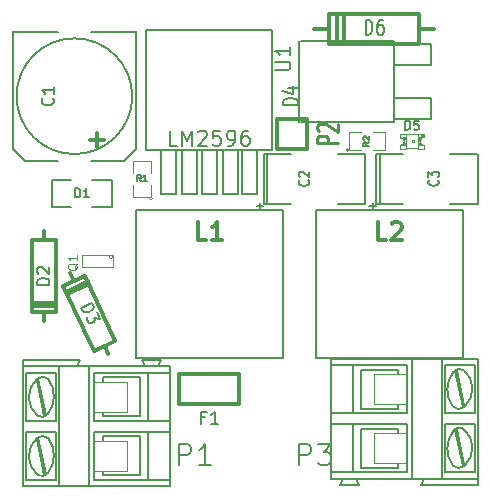
<source format=gto>
G04 (created by PCBNEW (2013-07-07 BZR 4022)-stable) date 02/05/2014 07:12:38*
%MOIN*%
G04 Gerber Fmt 3.4, Leading zero omitted, Abs format*
%FSLAX34Y34*%
G01*
G70*
G90*
G04 APERTURE LIST*
%ADD10C,0.00590551*%
%ADD11C,0.0059*%
%ADD12C,0.005*%
%ADD13C,0.0039*%
%ADD14C,0.0026*%
%ADD15C,0.004*%
%ADD16C,0.002*%
%ADD17C,0.008*%
%ADD18C,0.0125*%
%ADD19C,0.012*%
%ADD20C,0.0031*%
%ADD21C,0.006*%
%ADD22C,0.0062*%
%ADD23C,0.0107*%
%ADD24C,0.0047*%
G04 APERTURE END LIST*
G54D10*
G54D11*
X71925Y-42173D02*
X71925Y-43827D01*
X71807Y-42173D02*
X71807Y-43827D01*
X75193Y-42173D02*
X75193Y-43827D01*
X74286Y-43829D02*
X75186Y-43829D01*
X75186Y-42171D02*
X74286Y-42171D01*
X72713Y-42171D02*
X71813Y-42171D01*
X71814Y-43829D02*
X72714Y-43829D01*
X75675Y-42173D02*
X75675Y-43827D01*
X75557Y-42173D02*
X75557Y-43827D01*
X78943Y-42173D02*
X78943Y-43827D01*
X78036Y-43829D02*
X78936Y-43829D01*
X78936Y-42171D02*
X78036Y-42171D01*
X76463Y-42171D02*
X75563Y-42171D01*
X75564Y-43829D02*
X76464Y-43829D01*
G54D12*
X72460Y-48960D02*
X67540Y-48960D01*
X67540Y-48960D02*
X67540Y-44040D01*
X67540Y-44040D02*
X72460Y-44040D01*
X72460Y-44040D02*
X72460Y-48960D01*
X78460Y-48960D02*
X73540Y-48960D01*
X73540Y-48960D02*
X73540Y-44040D01*
X73540Y-44040D02*
X78460Y-44040D01*
X78460Y-44040D02*
X78460Y-48960D01*
G54D13*
X74650Y-42050D02*
G75*
G03X74650Y-42050I-50J0D01*
G74*
G01*
X75050Y-42050D02*
X74650Y-42050D01*
X74650Y-42050D02*
X74650Y-41450D01*
X74650Y-41450D02*
X75050Y-41450D01*
X75450Y-41450D02*
X75850Y-41450D01*
X75850Y-41450D02*
X75850Y-42050D01*
X75850Y-42050D02*
X75450Y-42050D01*
G54D14*
X76946Y-41868D02*
X76946Y-41996D01*
X76946Y-41996D02*
X77143Y-41996D01*
X77143Y-41868D02*
X77143Y-41996D01*
X76946Y-41868D02*
X77143Y-41868D01*
X76946Y-41623D02*
X76946Y-41682D01*
X76946Y-41682D02*
X77045Y-41682D01*
X77045Y-41623D02*
X77045Y-41682D01*
X76946Y-41623D02*
X77045Y-41623D01*
X76946Y-41818D02*
X76946Y-41877D01*
X76946Y-41877D02*
X77045Y-41877D01*
X77045Y-41818D02*
X77045Y-41877D01*
X76946Y-41818D02*
X77045Y-41818D01*
X76946Y-41672D02*
X76946Y-41828D01*
X76946Y-41828D02*
X77015Y-41828D01*
X77015Y-41672D02*
X77015Y-41828D01*
X76946Y-41672D02*
X77015Y-41672D01*
X76357Y-41868D02*
X76357Y-41996D01*
X76357Y-41996D02*
X76554Y-41996D01*
X76554Y-41868D02*
X76554Y-41996D01*
X76357Y-41868D02*
X76554Y-41868D01*
X76357Y-41504D02*
X76357Y-41632D01*
X76357Y-41632D02*
X76554Y-41632D01*
X76554Y-41504D02*
X76554Y-41632D01*
X76357Y-41504D02*
X76554Y-41504D01*
X76455Y-41818D02*
X76455Y-41877D01*
X76455Y-41877D02*
X76554Y-41877D01*
X76554Y-41818D02*
X76554Y-41877D01*
X76455Y-41818D02*
X76554Y-41818D01*
X76455Y-41623D02*
X76455Y-41682D01*
X76455Y-41682D02*
X76554Y-41682D01*
X76554Y-41623D02*
X76554Y-41682D01*
X76455Y-41623D02*
X76554Y-41623D01*
X76485Y-41672D02*
X76485Y-41828D01*
X76485Y-41828D02*
X76554Y-41828D01*
X76554Y-41672D02*
X76554Y-41828D01*
X76485Y-41672D02*
X76554Y-41672D01*
X76750Y-41711D02*
X76750Y-41789D01*
X76750Y-41789D02*
X76828Y-41789D01*
X76828Y-41711D02*
X76828Y-41789D01*
X76750Y-41711D02*
X76828Y-41711D01*
X76946Y-41514D02*
X76946Y-41632D01*
X76946Y-41632D02*
X77064Y-41632D01*
X77064Y-41514D02*
X77064Y-41632D01*
X76946Y-41514D02*
X77064Y-41514D01*
X77114Y-41504D02*
X77114Y-41593D01*
X77114Y-41593D02*
X77143Y-41593D01*
X77143Y-41504D02*
X77143Y-41593D01*
X77114Y-41504D02*
X77143Y-41504D01*
G54D15*
X76956Y-41976D02*
X76544Y-41976D01*
X76554Y-41524D02*
X77114Y-41524D01*
G54D16*
X77112Y-41573D02*
G75*
G03X77112Y-41573I-28J0D01*
G74*
G01*
G54D15*
X77143Y-41613D02*
G75*
G03X77143Y-41887I0J-137D01*
G74*
G01*
X76357Y-41887D02*
G75*
G03X76357Y-41613I0J137D01*
G74*
G01*
G54D12*
X71100Y-42050D02*
X71100Y-43500D01*
X71100Y-43500D02*
X71600Y-43500D01*
X71600Y-43500D02*
X71600Y-42050D01*
X70450Y-42050D02*
X70450Y-43500D01*
X70450Y-43500D02*
X70950Y-43500D01*
X70950Y-43500D02*
X70950Y-42050D01*
X69750Y-42050D02*
X69750Y-43500D01*
X69750Y-43500D02*
X70250Y-43500D01*
X70250Y-43500D02*
X70250Y-42050D01*
X69100Y-42050D02*
X69100Y-43500D01*
X69100Y-43500D02*
X69550Y-43500D01*
X69550Y-43500D02*
X69600Y-43500D01*
X69600Y-43500D02*
X69600Y-42050D01*
X68400Y-42050D02*
X68400Y-43500D01*
X68400Y-43500D02*
X68900Y-43500D01*
X68900Y-43500D02*
X68900Y-42050D01*
X67900Y-42050D02*
X72100Y-42050D01*
X72100Y-42050D02*
X72100Y-38050D01*
X72100Y-38050D02*
X67900Y-38050D01*
X67900Y-38050D02*
X67900Y-42050D01*
X76150Y-39200D02*
X77400Y-39200D01*
X77400Y-39200D02*
X77400Y-38500D01*
X77400Y-38500D02*
X76150Y-38500D01*
X76150Y-41000D02*
X77400Y-41000D01*
X77400Y-41000D02*
X77400Y-40300D01*
X77400Y-40300D02*
X76150Y-40300D01*
X73750Y-38400D02*
X76150Y-38400D01*
X76150Y-38400D02*
X76150Y-41100D01*
X76150Y-41100D02*
X73050Y-41100D01*
X73000Y-41100D02*
X73000Y-38400D01*
X73050Y-38400D02*
X73750Y-38400D01*
G54D17*
X67150Y-42400D02*
X66050Y-42400D01*
X63850Y-42400D02*
X64950Y-42400D01*
X67550Y-38100D02*
X66050Y-38100D01*
X63450Y-38100D02*
X64950Y-38100D01*
X67429Y-40250D02*
G75*
G03X67429Y-40250I-1929J0D01*
G74*
G01*
X63453Y-38085D02*
X63453Y-42022D01*
X63453Y-42022D02*
X63846Y-42415D01*
X67154Y-42415D02*
X67547Y-42022D01*
X67547Y-42022D02*
X67547Y-38085D01*
G54D13*
X68100Y-43650D02*
G75*
G03X68100Y-43650I-50J0D01*
G74*
G01*
X68050Y-43200D02*
X68050Y-43600D01*
X68050Y-43600D02*
X67450Y-43600D01*
X67450Y-43600D02*
X67450Y-43200D01*
X67450Y-42800D02*
X67450Y-42400D01*
X67450Y-42400D02*
X68050Y-42400D01*
X68050Y-42400D02*
X68050Y-42800D01*
G54D18*
X73250Y-42000D02*
X73250Y-41000D01*
X72250Y-42000D02*
X72250Y-41000D01*
G54D19*
X73250Y-42000D02*
X72250Y-42000D01*
X72250Y-41000D02*
X73250Y-41000D01*
G54D12*
X66750Y-43950D02*
X66750Y-43050D01*
X66750Y-43050D02*
X66100Y-43050D01*
X65400Y-43950D02*
X64750Y-43950D01*
X64750Y-43950D02*
X64750Y-43050D01*
X64750Y-43050D02*
X65400Y-43050D01*
X66100Y-43950D02*
X66750Y-43950D01*
G54D20*
X66775Y-45612D02*
G75*
G03X66775Y-45612I-62J0D01*
G74*
G01*
X65750Y-45950D02*
X65750Y-45550D01*
X66775Y-45950D02*
X66775Y-45550D01*
X65750Y-45550D02*
X66775Y-45550D01*
X66775Y-45950D02*
X65750Y-45950D01*
G54D19*
X77000Y-38500D02*
X74000Y-38500D01*
X74000Y-38500D02*
X74000Y-37500D01*
X74000Y-37500D02*
X77000Y-37500D01*
X77000Y-37500D02*
X77000Y-38500D01*
X74250Y-38500D02*
X74250Y-37500D01*
X74500Y-37500D02*
X74500Y-38500D01*
X77000Y-38000D02*
X77500Y-38000D01*
X74000Y-38000D02*
X73500Y-38000D01*
G54D14*
X67250Y-52740D02*
X67250Y-51740D01*
X67250Y-51740D02*
X66150Y-51740D01*
X66150Y-52740D02*
X66150Y-51740D01*
X67250Y-52740D02*
X66150Y-52740D01*
X67250Y-50770D02*
X67250Y-49770D01*
X67250Y-49770D02*
X66150Y-49770D01*
X66150Y-50770D02*
X66150Y-49770D01*
X67250Y-50770D02*
X66150Y-50770D01*
G54D21*
X63800Y-49250D02*
X65000Y-49250D01*
X63800Y-49250D02*
X63800Y-53250D01*
X63800Y-49250D02*
X63800Y-49050D01*
X63800Y-49050D02*
X65700Y-49050D01*
X65700Y-49050D02*
X65600Y-49250D01*
X68400Y-49050D02*
X68300Y-49250D01*
X68300Y-49250D02*
X68700Y-49250D01*
X67750Y-49050D02*
X67850Y-49250D01*
X67850Y-49250D02*
X68300Y-49250D01*
X67750Y-49050D02*
X68400Y-49050D01*
X68700Y-51070D02*
X67950Y-51070D01*
X66150Y-49470D02*
X67950Y-49470D01*
X68700Y-51070D02*
X68700Y-49470D01*
X68700Y-49470D02*
X68700Y-49250D01*
X68700Y-51440D02*
X67950Y-51440D01*
X68700Y-51440D02*
X68700Y-51070D01*
X66150Y-53040D02*
X67950Y-53040D01*
X68700Y-53250D02*
X68700Y-53040D01*
X68700Y-53040D02*
X68700Y-51440D01*
X67950Y-51070D02*
X67950Y-49470D01*
X67950Y-51070D02*
X66150Y-51070D01*
X67950Y-49470D02*
X68700Y-49470D01*
X67950Y-51440D02*
X67950Y-53040D01*
X67950Y-51440D02*
X66150Y-51440D01*
X67950Y-53040D02*
X68700Y-53040D01*
X67700Y-49620D02*
X66450Y-49620D01*
X67700Y-49620D02*
X67700Y-50920D01*
X67700Y-50920D02*
X66450Y-50920D01*
X67700Y-51590D02*
X66450Y-51590D01*
X67700Y-51590D02*
X67700Y-52890D01*
X67700Y-52890D02*
X66450Y-52890D01*
X66450Y-52890D02*
X66450Y-52740D01*
X66450Y-51590D02*
X66450Y-51740D01*
X66450Y-50920D02*
X66450Y-50770D01*
X66450Y-49620D02*
X66450Y-49770D01*
X68700Y-53250D02*
X66000Y-53250D01*
X66000Y-53250D02*
X65000Y-53250D01*
X65600Y-49250D02*
X66000Y-49250D01*
X66000Y-49250D02*
X67850Y-49250D01*
X65000Y-53250D02*
X65000Y-49250D01*
X65000Y-53250D02*
X63800Y-53250D01*
X65000Y-49250D02*
X65600Y-49250D01*
X64900Y-51070D02*
X63900Y-51070D01*
X63900Y-51070D02*
X63900Y-49470D01*
X63900Y-49470D02*
X64900Y-49470D01*
X64900Y-49470D02*
X64900Y-51070D01*
X64900Y-51440D02*
X63900Y-51440D01*
X64900Y-51440D02*
X64900Y-53040D01*
X64900Y-53040D02*
X63900Y-53040D01*
X63900Y-51440D02*
X63900Y-53040D01*
X64500Y-50910D02*
X64250Y-49710D01*
X64550Y-50860D02*
X64300Y-49660D01*
X64500Y-52880D02*
X64250Y-51679D01*
X64550Y-52830D02*
X64300Y-51630D01*
X66150Y-53040D02*
X66150Y-52890D01*
X66150Y-51440D02*
X66150Y-51590D01*
X66150Y-51590D02*
X66150Y-52890D01*
X66000Y-53250D02*
X66000Y-52890D01*
X66000Y-52890D02*
X66000Y-51590D01*
X66000Y-51590D02*
X66000Y-50920D01*
X66000Y-49250D02*
X66000Y-49620D01*
X66000Y-49620D02*
X66000Y-50920D01*
X66150Y-49470D02*
X66150Y-49620D01*
X66150Y-51070D02*
X66150Y-50920D01*
X66150Y-50920D02*
X66150Y-49620D01*
X64641Y-49691D02*
G75*
G03X64261Y-49670I-200J-178D01*
G74*
G01*
X64609Y-50850D02*
G75*
G03X64629Y-49674I-749J600D01*
G74*
G01*
X64258Y-49669D02*
G75*
G03X64280Y-50910I531J-611D01*
G74*
G01*
X64260Y-50889D02*
G75*
G03X64624Y-50834I160J169D01*
G74*
G01*
X64642Y-51661D02*
G75*
G03X64260Y-51640I-201J-178D01*
G74*
G01*
X64609Y-52819D02*
G75*
G03X64629Y-51643I-749J600D01*
G74*
G01*
X64256Y-51637D02*
G75*
G03X64280Y-52880I533J-611D01*
G74*
G01*
X64261Y-52859D02*
G75*
G03X64624Y-52803I159J169D01*
G74*
G01*
G54D14*
X75500Y-49510D02*
X75500Y-50510D01*
X75500Y-50510D02*
X76600Y-50510D01*
X76600Y-49510D02*
X76600Y-50510D01*
X75500Y-49510D02*
X76600Y-49510D01*
X75500Y-51480D02*
X75500Y-52480D01*
X75500Y-52480D02*
X76600Y-52480D01*
X76600Y-51480D02*
X76600Y-52480D01*
X75500Y-51480D02*
X76600Y-51480D01*
G54D21*
X78950Y-53000D02*
X77750Y-53000D01*
X78950Y-53000D02*
X78950Y-49000D01*
X78950Y-53000D02*
X78950Y-53200D01*
X78950Y-53200D02*
X77050Y-53200D01*
X77050Y-53200D02*
X77150Y-53000D01*
X74350Y-53200D02*
X74450Y-53000D01*
X74450Y-53000D02*
X74050Y-53000D01*
X75000Y-53200D02*
X74900Y-53000D01*
X74900Y-53000D02*
X74450Y-53000D01*
X75000Y-53200D02*
X74350Y-53200D01*
X74050Y-51180D02*
X74800Y-51180D01*
X76600Y-52780D02*
X74800Y-52780D01*
X74050Y-51180D02*
X74050Y-52780D01*
X74050Y-52780D02*
X74050Y-53000D01*
X74050Y-50810D02*
X74800Y-50810D01*
X74050Y-50810D02*
X74050Y-51180D01*
X76600Y-49210D02*
X74800Y-49210D01*
X74050Y-49000D02*
X74050Y-49210D01*
X74050Y-49210D02*
X74050Y-50810D01*
X74800Y-51180D02*
X74800Y-52780D01*
X74800Y-51180D02*
X76600Y-51180D01*
X74800Y-52780D02*
X74050Y-52780D01*
X74800Y-50810D02*
X74800Y-49210D01*
X74800Y-50810D02*
X76600Y-50810D01*
X74800Y-49210D02*
X74050Y-49210D01*
X75050Y-52630D02*
X76300Y-52630D01*
X75050Y-52630D02*
X75050Y-51330D01*
X75050Y-51330D02*
X76300Y-51330D01*
X75050Y-50660D02*
X76300Y-50660D01*
X75050Y-50660D02*
X75050Y-49360D01*
X75050Y-49360D02*
X76300Y-49360D01*
X76300Y-49360D02*
X76300Y-49510D01*
X76300Y-50660D02*
X76300Y-50510D01*
X76300Y-51330D02*
X76300Y-51480D01*
X76300Y-52630D02*
X76300Y-52480D01*
X74050Y-49000D02*
X76750Y-49000D01*
X76750Y-49000D02*
X77750Y-49000D01*
X77150Y-53000D02*
X76750Y-53000D01*
X76750Y-53000D02*
X74900Y-53000D01*
X77750Y-49000D02*
X77750Y-53000D01*
X77750Y-49000D02*
X78950Y-49000D01*
X77750Y-53000D02*
X77150Y-53000D01*
X77850Y-51180D02*
X78850Y-51180D01*
X78850Y-51180D02*
X78850Y-52780D01*
X78850Y-52780D02*
X77850Y-52780D01*
X77850Y-52780D02*
X77850Y-51180D01*
X77850Y-50810D02*
X78850Y-50810D01*
X77850Y-50810D02*
X77850Y-49210D01*
X77850Y-49210D02*
X78850Y-49210D01*
X78850Y-50810D02*
X78850Y-49210D01*
X78250Y-51340D02*
X78500Y-52540D01*
X78200Y-51390D02*
X78450Y-52590D01*
X78250Y-49370D02*
X78500Y-50571D01*
X78200Y-49420D02*
X78450Y-50620D01*
X76600Y-49210D02*
X76600Y-49360D01*
X76600Y-50810D02*
X76600Y-50660D01*
X76600Y-50660D02*
X76600Y-49360D01*
X76750Y-49000D02*
X76750Y-49360D01*
X76750Y-49360D02*
X76750Y-50660D01*
X76750Y-50660D02*
X76750Y-51330D01*
X76750Y-53000D02*
X76750Y-52630D01*
X76750Y-52630D02*
X76750Y-51330D01*
X76600Y-52780D02*
X76600Y-52630D01*
X76600Y-51180D02*
X76600Y-51330D01*
X76600Y-51330D02*
X76600Y-52630D01*
X78108Y-52558D02*
G75*
G03X78488Y-52579I200J178D01*
G74*
G01*
X78140Y-51399D02*
G75*
G03X78120Y-52575I749J-600D01*
G74*
G01*
X78491Y-52580D02*
G75*
G03X78469Y-51339I-531J611D01*
G74*
G01*
X78489Y-51360D02*
G75*
G03X78125Y-51415I-160J-169D01*
G74*
G01*
X78107Y-50588D02*
G75*
G03X78489Y-50609I201J178D01*
G74*
G01*
X78140Y-49430D02*
G75*
G03X78120Y-50606I749J-600D01*
G74*
G01*
X78493Y-50612D02*
G75*
G03X78469Y-49369I-533J611D01*
G74*
G01*
X78488Y-49390D02*
G75*
G03X78125Y-49446I-159J-169D01*
G74*
G01*
G54D19*
X65366Y-46140D02*
X65492Y-46412D01*
X65492Y-46412D02*
X65130Y-46581D01*
X65130Y-46581D02*
X66144Y-48756D01*
X66144Y-48756D02*
X66507Y-48587D01*
X66507Y-48587D02*
X66633Y-48859D01*
X66507Y-48587D02*
X66869Y-48418D01*
X66869Y-48418D02*
X65855Y-46243D01*
X65855Y-46243D02*
X65492Y-46412D01*
X65214Y-46762D02*
X65939Y-46424D01*
X65982Y-46515D02*
X65257Y-46853D01*
X64500Y-47750D02*
X64500Y-47450D01*
X64500Y-47450D02*
X64900Y-47450D01*
X64900Y-47450D02*
X64900Y-45050D01*
X64900Y-45050D02*
X64500Y-45050D01*
X64500Y-45050D02*
X64500Y-44750D01*
X64500Y-45050D02*
X64100Y-45050D01*
X64100Y-45050D02*
X64100Y-47450D01*
X64100Y-47450D02*
X64500Y-47450D01*
X64900Y-47250D02*
X64100Y-47250D01*
X64100Y-47150D02*
X64900Y-47150D01*
X69000Y-50500D02*
X69000Y-49500D01*
X69000Y-49500D02*
X71000Y-49500D01*
X71000Y-49500D02*
X71000Y-50500D01*
X71000Y-50500D02*
X69000Y-50500D01*
G54D12*
X73293Y-43050D02*
X73310Y-43064D01*
X73326Y-43107D01*
X73326Y-43135D01*
X73310Y-43178D01*
X73276Y-43207D01*
X73243Y-43221D01*
X73176Y-43235D01*
X73126Y-43235D01*
X73060Y-43221D01*
X73026Y-43207D01*
X72993Y-43178D01*
X72976Y-43135D01*
X72976Y-43107D01*
X72993Y-43064D01*
X73010Y-43050D01*
X73010Y-42935D02*
X72993Y-42921D01*
X72976Y-42892D01*
X72976Y-42821D01*
X72993Y-42792D01*
X73010Y-42778D01*
X73043Y-42764D01*
X73076Y-42764D01*
X73126Y-42778D01*
X73326Y-42950D01*
X73326Y-42764D01*
G54D10*
X71584Y-43912D02*
X71793Y-43912D01*
X71689Y-44017D02*
X71689Y-43807D01*
G54D12*
X77608Y-43050D02*
X77625Y-43064D01*
X77641Y-43107D01*
X77641Y-43135D01*
X77625Y-43178D01*
X77591Y-43207D01*
X77558Y-43221D01*
X77491Y-43235D01*
X77441Y-43235D01*
X77375Y-43221D01*
X77341Y-43207D01*
X77308Y-43178D01*
X77291Y-43135D01*
X77291Y-43107D01*
X77308Y-43064D01*
X77325Y-43050D01*
X77291Y-42950D02*
X77291Y-42764D01*
X77425Y-42864D01*
X77425Y-42821D01*
X77441Y-42792D01*
X77458Y-42778D01*
X77491Y-42764D01*
X77575Y-42764D01*
X77608Y-42778D01*
X77625Y-42792D01*
X77641Y-42821D01*
X77641Y-42907D01*
X77625Y-42935D01*
X77608Y-42950D01*
G54D10*
X75334Y-43912D02*
X75543Y-43912D01*
X75439Y-44017D02*
X75439Y-43807D01*
G54D19*
X69900Y-45052D02*
X69614Y-45052D01*
X69614Y-44452D01*
X70414Y-45052D02*
X70071Y-45052D01*
X70242Y-45052D02*
X70242Y-44452D01*
X70185Y-44538D01*
X70128Y-44595D01*
X70071Y-44624D01*
X75900Y-45052D02*
X75614Y-45052D01*
X75614Y-44452D01*
X76071Y-44510D02*
X76100Y-44481D01*
X76157Y-44452D01*
X76300Y-44452D01*
X76357Y-44481D01*
X76385Y-44510D01*
X76414Y-44567D01*
X76414Y-44624D01*
X76385Y-44710D01*
X76042Y-45052D01*
X76414Y-45052D01*
G54D12*
X75330Y-41783D02*
X75235Y-41850D01*
X75330Y-41897D02*
X75130Y-41897D01*
X75130Y-41821D01*
X75140Y-41802D01*
X75150Y-41792D01*
X75169Y-41783D01*
X75197Y-41783D01*
X75216Y-41792D01*
X75226Y-41802D01*
X75235Y-41821D01*
X75235Y-41897D01*
X75150Y-41707D02*
X75140Y-41697D01*
X75130Y-41678D01*
X75130Y-41630D01*
X75140Y-41611D01*
X75150Y-41602D01*
X75169Y-41592D01*
X75188Y-41592D01*
X75216Y-41602D01*
X75330Y-41716D01*
X75330Y-41592D01*
X76528Y-41371D02*
X76528Y-41071D01*
X76600Y-41071D01*
X76642Y-41085D01*
X76671Y-41114D01*
X76685Y-41142D01*
X76700Y-41200D01*
X76700Y-41242D01*
X76685Y-41300D01*
X76671Y-41328D01*
X76642Y-41357D01*
X76600Y-41371D01*
X76528Y-41371D01*
X76971Y-41071D02*
X76828Y-41071D01*
X76814Y-41214D01*
X76828Y-41200D01*
X76857Y-41185D01*
X76928Y-41185D01*
X76957Y-41200D01*
X76971Y-41214D01*
X76985Y-41242D01*
X76985Y-41314D01*
X76971Y-41342D01*
X76957Y-41357D01*
X76928Y-41371D01*
X76857Y-41371D01*
X76828Y-41357D01*
X76814Y-41342D01*
G54D21*
X72202Y-39380D02*
X72607Y-39380D01*
X72654Y-39357D01*
X72678Y-39333D01*
X72702Y-39285D01*
X72702Y-39190D01*
X72678Y-39142D01*
X72654Y-39119D01*
X72607Y-39095D01*
X72202Y-39095D01*
X72702Y-38595D02*
X72702Y-38880D01*
X72702Y-38738D02*
X72202Y-38738D01*
X72273Y-38785D01*
X72321Y-38833D01*
X72345Y-38880D01*
X68916Y-41902D02*
X68678Y-41902D01*
X68678Y-41402D01*
X69083Y-41902D02*
X69083Y-41402D01*
X69249Y-41759D01*
X69416Y-41402D01*
X69416Y-41902D01*
X69630Y-41450D02*
X69654Y-41426D01*
X69702Y-41402D01*
X69821Y-41402D01*
X69869Y-41426D01*
X69892Y-41450D01*
X69916Y-41497D01*
X69916Y-41545D01*
X69892Y-41616D01*
X69607Y-41902D01*
X69916Y-41902D01*
X70369Y-41402D02*
X70130Y-41402D01*
X70107Y-41640D01*
X70130Y-41616D01*
X70178Y-41592D01*
X70297Y-41592D01*
X70345Y-41616D01*
X70369Y-41640D01*
X70392Y-41688D01*
X70392Y-41807D01*
X70369Y-41854D01*
X70345Y-41878D01*
X70297Y-41902D01*
X70178Y-41902D01*
X70130Y-41878D01*
X70107Y-41854D01*
X70630Y-41902D02*
X70726Y-41902D01*
X70773Y-41878D01*
X70797Y-41854D01*
X70845Y-41783D01*
X70869Y-41688D01*
X70869Y-41497D01*
X70845Y-41450D01*
X70821Y-41426D01*
X70773Y-41402D01*
X70678Y-41402D01*
X70630Y-41426D01*
X70607Y-41450D01*
X70583Y-41497D01*
X70583Y-41616D01*
X70607Y-41664D01*
X70630Y-41688D01*
X70678Y-41711D01*
X70773Y-41711D01*
X70821Y-41688D01*
X70845Y-41664D01*
X70869Y-41616D01*
X71297Y-41402D02*
X71202Y-41402D01*
X71154Y-41426D01*
X71130Y-41450D01*
X71083Y-41521D01*
X71059Y-41616D01*
X71059Y-41807D01*
X71083Y-41854D01*
X71107Y-41878D01*
X71154Y-41902D01*
X71250Y-41902D01*
X71297Y-41878D01*
X71321Y-41854D01*
X71345Y-41807D01*
X71345Y-41688D01*
X71321Y-41640D01*
X71297Y-41616D01*
X71250Y-41592D01*
X71154Y-41592D01*
X71107Y-41616D01*
X71083Y-41640D01*
X71059Y-41688D01*
G54D12*
X72952Y-40545D02*
X72452Y-40545D01*
X72452Y-40449D01*
X72476Y-40392D01*
X72523Y-40354D01*
X72571Y-40335D01*
X72666Y-40316D01*
X72738Y-40316D01*
X72833Y-40335D01*
X72880Y-40354D01*
X72928Y-40392D01*
X72952Y-40449D01*
X72952Y-40545D01*
X72619Y-39973D02*
X72952Y-39973D01*
X72428Y-40069D02*
X72785Y-40164D01*
X72785Y-39916D01*
G54D22*
X64773Y-40315D02*
X64792Y-40334D01*
X64811Y-40390D01*
X64811Y-40428D01*
X64792Y-40484D01*
X64754Y-40522D01*
X64716Y-40540D01*
X64640Y-40559D01*
X64583Y-40559D01*
X64507Y-40540D01*
X64469Y-40522D01*
X64430Y-40484D01*
X64411Y-40428D01*
X64411Y-40390D01*
X64430Y-40334D01*
X64450Y-40315D01*
X64811Y-39940D02*
X64811Y-40165D01*
X64811Y-40053D02*
X64411Y-40053D01*
X64469Y-40090D01*
X64507Y-40128D01*
X64526Y-40165D01*
G54D19*
X66264Y-41928D02*
X66264Y-41471D01*
X66492Y-41699D02*
X66035Y-41699D01*
G54D12*
X67716Y-43080D02*
X67650Y-42985D01*
X67602Y-43080D02*
X67602Y-42880D01*
X67678Y-42880D01*
X67697Y-42890D01*
X67707Y-42900D01*
X67716Y-42919D01*
X67716Y-42947D01*
X67707Y-42966D01*
X67697Y-42976D01*
X67678Y-42985D01*
X67602Y-42985D01*
X67907Y-43080D02*
X67792Y-43080D01*
X67850Y-43080D02*
X67850Y-42880D01*
X67830Y-42909D01*
X67811Y-42928D01*
X67792Y-42938D01*
G54D23*
X74275Y-41815D02*
X73594Y-41815D01*
X73594Y-41652D01*
X73627Y-41612D01*
X73659Y-41591D01*
X73724Y-41571D01*
X73821Y-41571D01*
X73886Y-41591D01*
X73918Y-41612D01*
X73951Y-41652D01*
X73951Y-41815D01*
X73659Y-41408D02*
X73627Y-41387D01*
X73594Y-41347D01*
X73594Y-41245D01*
X73627Y-41204D01*
X73659Y-41184D01*
X73724Y-41163D01*
X73789Y-41163D01*
X73886Y-41184D01*
X74275Y-41428D01*
X74275Y-41163D01*
G54D12*
X65528Y-43621D02*
X65528Y-43321D01*
X65600Y-43321D01*
X65642Y-43335D01*
X65671Y-43364D01*
X65685Y-43392D01*
X65700Y-43450D01*
X65700Y-43492D01*
X65685Y-43550D01*
X65671Y-43578D01*
X65642Y-43607D01*
X65600Y-43621D01*
X65528Y-43621D01*
X65985Y-43621D02*
X65814Y-43621D01*
X65900Y-43621D02*
X65900Y-43321D01*
X65871Y-43364D01*
X65842Y-43392D01*
X65814Y-43407D01*
G54D24*
X65613Y-45817D02*
X65598Y-45846D01*
X65570Y-45874D01*
X65527Y-45917D01*
X65513Y-45946D01*
X65513Y-45974D01*
X65584Y-45960D02*
X65570Y-45989D01*
X65541Y-46017D01*
X65484Y-46031D01*
X65384Y-46031D01*
X65327Y-46017D01*
X65298Y-45989D01*
X65284Y-45960D01*
X65284Y-45903D01*
X65298Y-45874D01*
X65327Y-45846D01*
X65384Y-45831D01*
X65484Y-45831D01*
X65541Y-45846D01*
X65570Y-45874D01*
X65584Y-45903D01*
X65584Y-45960D01*
X65584Y-45546D02*
X65584Y-45717D01*
X65584Y-45631D02*
X65284Y-45631D01*
X65327Y-45660D01*
X65355Y-45689D01*
X65370Y-45717D01*
G54D17*
X75204Y-38202D02*
X75204Y-37702D01*
X75300Y-37702D01*
X75357Y-37726D01*
X75395Y-37773D01*
X75414Y-37821D01*
X75433Y-37916D01*
X75433Y-37988D01*
X75414Y-38083D01*
X75395Y-38130D01*
X75357Y-38178D01*
X75300Y-38202D01*
X75204Y-38202D01*
X75776Y-37702D02*
X75700Y-37702D01*
X75661Y-37726D01*
X75642Y-37750D01*
X75604Y-37821D01*
X75585Y-37916D01*
X75585Y-38107D01*
X75604Y-38154D01*
X75623Y-38178D01*
X75661Y-38202D01*
X75738Y-38202D01*
X75776Y-38178D01*
X75795Y-38154D01*
X75814Y-38107D01*
X75814Y-37988D01*
X75795Y-37940D01*
X75776Y-37916D01*
X75738Y-37892D01*
X75661Y-37892D01*
X75623Y-37916D01*
X75604Y-37940D01*
X75585Y-37988D01*
G54D12*
X68983Y-52533D02*
X68983Y-51833D01*
X69250Y-51833D01*
X69316Y-51866D01*
X69350Y-51900D01*
X69383Y-51966D01*
X69383Y-52066D01*
X69350Y-52133D01*
X69316Y-52166D01*
X69250Y-52200D01*
X68983Y-52200D01*
X70050Y-52533D02*
X69650Y-52533D01*
X69850Y-52533D02*
X69850Y-51833D01*
X69783Y-51933D01*
X69716Y-52000D01*
X69650Y-52033D01*
X72983Y-52533D02*
X72983Y-51833D01*
X73250Y-51833D01*
X73316Y-51866D01*
X73350Y-51900D01*
X73383Y-51966D01*
X73383Y-52066D01*
X73350Y-52133D01*
X73316Y-52166D01*
X73250Y-52200D01*
X72983Y-52200D01*
X73616Y-51833D02*
X74050Y-51833D01*
X73816Y-52100D01*
X73916Y-52100D01*
X73983Y-52133D01*
X74016Y-52166D01*
X74050Y-52233D01*
X74050Y-52400D01*
X74016Y-52466D01*
X73983Y-52500D01*
X73916Y-52533D01*
X73716Y-52533D01*
X73650Y-52500D01*
X73616Y-52466D01*
G54D17*
X65728Y-47300D02*
X66091Y-47131D01*
X66131Y-47218D01*
X66138Y-47277D01*
X66119Y-47328D01*
X66093Y-47361D01*
X66032Y-47411D01*
X65980Y-47435D01*
X65903Y-47450D01*
X65860Y-47449D01*
X65810Y-47430D01*
X65768Y-47387D01*
X65728Y-47300D01*
X66243Y-47459D02*
X66348Y-47684D01*
X66154Y-47627D01*
X66178Y-47679D01*
X66177Y-47722D01*
X66167Y-47747D01*
X66141Y-47780D01*
X66055Y-47821D01*
X66012Y-47819D01*
X65987Y-47810D01*
X65953Y-47784D01*
X65905Y-47680D01*
X65906Y-47638D01*
X65915Y-47612D01*
X64661Y-46545D02*
X64261Y-46545D01*
X64261Y-46449D01*
X64280Y-46392D01*
X64319Y-46354D01*
X64357Y-46335D01*
X64433Y-46316D01*
X64490Y-46316D01*
X64566Y-46335D01*
X64604Y-46354D01*
X64642Y-46392D01*
X64661Y-46449D01*
X64661Y-46545D01*
X64300Y-46164D02*
X64280Y-46145D01*
X64261Y-46107D01*
X64261Y-46011D01*
X64280Y-45973D01*
X64300Y-45954D01*
X64338Y-45935D01*
X64376Y-45935D01*
X64433Y-45954D01*
X64661Y-46183D01*
X64661Y-45935D01*
G54D12*
X69866Y-50952D02*
X69733Y-50952D01*
X69733Y-51161D02*
X69733Y-50761D01*
X69923Y-50761D01*
X70285Y-51161D02*
X70057Y-51161D01*
X70171Y-51161D02*
X70171Y-50761D01*
X70133Y-50819D01*
X70095Y-50857D01*
X70057Y-50876D01*
M02*

</source>
